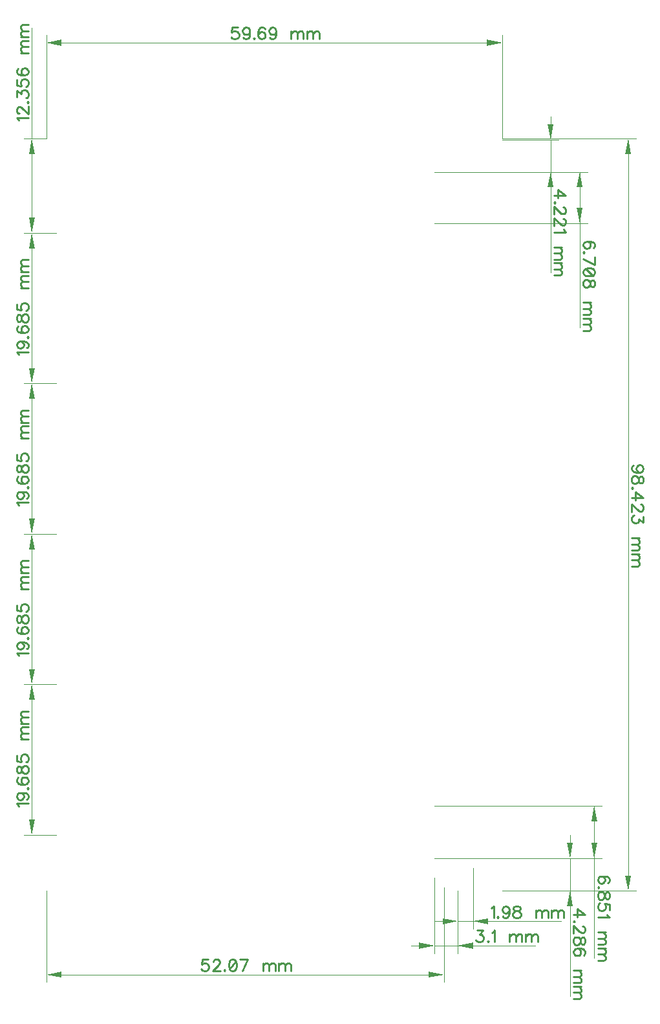
<source format=gbr>
G04 DipTrace 4.3.0.5*
G04 TopDimension.gbr*
%MOMM*%
G04 #@! TF.FileFunction,Drawing,Top*
G04 #@! TF.Part,Single*
%ADD15C,0.035*%
%ADD32C,0.23529*%
%FSLAX35Y35*%
G04*
G71*
G90*
G75*
G01*
G04 TopDimension*
%LPD*%
X-254000Y9667700D2*
D15*
Y11022000D1*
X5715000Y9667700D2*
Y11022000D1*
X2730500Y10922000D2*
X-54000D1*
G36*
X-254000D2*
X-54000Y10962000D1*
Y10882000D1*
X-254000Y10922000D1*
G37*
X2730500D2*
D15*
X5515000D1*
G36*
X5715000D2*
X5515000Y10882000D1*
Y10962000D1*
X5715000Y10922000D1*
G37*
X4953000Y-127000D2*
D15*
Y-1367500D1*
X-254000Y-174627D2*
Y-1367500D1*
X2349500Y-1267500D2*
X4753000D1*
G36*
X4953000D2*
X4753000Y-1307500D1*
Y-1227500D1*
X4953000Y-1267500D1*
G37*
X2349500D2*
D15*
X-54000D1*
G36*
X-254000D2*
X-54000Y-1227500D1*
Y-1307500D1*
X-254000Y-1267500D1*
G37*
X4911000Y9229873D2*
D15*
X6450000D1*
X5715000Y9652000D2*
X6450000D1*
X6350000D2*
Y9229873D1*
Y9952000D2*
Y9852000D1*
G36*
Y9652000D2*
X6310000Y9852000D1*
X6390000D1*
X6350000Y9652000D1*
G37*
Y8929873D2*
D15*
Y9029873D1*
G36*
Y9229873D2*
X6390000Y9029873D1*
X6310000D1*
X6350000Y9229873D1*
G37*
Y7913578D2*
D15*
Y9652000D1*
X5715000Y9667700D2*
X7466000D1*
X5715000Y-174600D2*
X7466000D1*
X7366000Y4746550D2*
Y9467700D1*
G36*
Y9667700D2*
X7406000Y9467700D1*
X7326000D1*
X7366000Y9667700D1*
G37*
Y4746550D2*
D15*
Y25400D1*
G36*
Y-174600D2*
X7326000Y25400D1*
X7406000D1*
X7366000Y-174600D1*
G37*
X-127000Y558123D2*
D15*
X-544500D1*
X-127000Y2526623D2*
X-544500D1*
X-444500Y1542373D2*
Y758123D1*
G36*
Y558123D2*
X-484500Y758123D1*
X-404500D1*
X-444500Y558123D1*
G37*
Y1542373D2*
D15*
Y2326623D1*
G36*
Y2526623D2*
X-404500Y2326623D1*
X-484500D1*
X-444500Y2526623D1*
G37*
X-127000D2*
D15*
X-544500D1*
X-127000Y4495123D2*
X-544500D1*
X-444500Y3510873D2*
Y2726623D1*
G36*
Y2526623D2*
X-484500Y2726623D1*
X-404500D1*
X-444500Y2526623D1*
G37*
Y3510873D2*
D15*
Y4295123D1*
G36*
Y4495123D2*
X-404500Y4295123D1*
X-484500D1*
X-444500Y4495123D1*
G37*
X-127000D2*
D15*
X-544500D1*
X-127000Y6463623D2*
X-544500D1*
X-444500Y5479373D2*
Y4695123D1*
G36*
Y4495123D2*
X-484500Y4695123D1*
X-404500D1*
X-444500Y4495123D1*
G37*
Y5479373D2*
D15*
Y6263623D1*
G36*
Y6463623D2*
X-404500Y6263623D1*
X-484500D1*
X-444500Y6463623D1*
G37*
X-127000D2*
D15*
X-544500D1*
X-127000Y8432123D2*
X-544500D1*
X-444500Y7447873D2*
Y6663623D1*
G36*
Y6463623D2*
X-484500Y6663623D1*
X-404500D1*
X-444500Y6463623D1*
G37*
Y7447873D2*
D15*
Y8232123D1*
G36*
Y8432123D2*
X-404500Y8232123D1*
X-484500D1*
X-444500Y8432123D1*
G37*
X-127000D2*
D15*
X-544500D1*
X-254000Y9667700D2*
X-544500D1*
X-444500Y9049912D2*
Y8632123D1*
G36*
Y8432123D2*
X-484500Y8632123D1*
X-404500D1*
X-444500Y8432123D1*
G37*
Y9049912D2*
D15*
Y9467700D1*
G36*
Y9667700D2*
X-404500Y9467700D1*
X-484500D1*
X-444500Y9667700D1*
G37*
Y11118486D2*
D15*
Y9667700D1*
X4826000Y8559123D2*
X6831000D1*
X4826000Y9229873D2*
X6831000D1*
X6731000Y8894498D2*
Y8759123D1*
G36*
Y8559123D2*
X6691000Y8759123D1*
X6771000D1*
X6731000Y8559123D1*
G37*
Y8894498D2*
D15*
Y9029873D1*
G36*
Y9229873D2*
X6771000Y9029873D1*
X6691000D1*
X6731000Y9229873D1*
G37*
Y7192121D2*
D15*
Y9229873D1*
X4826000Y939123D2*
X7021500D1*
X4826000Y254000D2*
X7021500D1*
X6921500Y596562D2*
Y739123D1*
G36*
Y939123D2*
X6961500Y739123D1*
X6881500D1*
X6921500Y939123D1*
G37*
Y596562D2*
D15*
Y454000D1*
G36*
Y254000D2*
X6881500Y454000D1*
X6961500D1*
X6921500Y254000D1*
G37*
Y-1047471D2*
D15*
Y939123D1*
X4826000Y254000D2*
X6704000D1*
X5715000Y-174600D2*
X6704000D1*
X6604000Y254000D2*
Y-174600D1*
Y554000D2*
Y454000D1*
G36*
Y254000D2*
X6564000Y454000D1*
X6644000D1*
X6604000Y254000D1*
G37*
Y-474600D2*
D15*
Y-374600D1*
G36*
Y-174600D2*
X6644000Y-374600D1*
X6564000D1*
X6604000Y-174600D1*
G37*
Y-1548846D2*
D15*
Y254000D1*
X5136000Y-174600D2*
Y-989000D1*
X4826000Y0D2*
Y-989000D1*
Y-889000D2*
X5136000D1*
X4526000D2*
X4626000D1*
G36*
X4826000D2*
X4626000Y-929000D1*
Y-849000D1*
X4826000Y-889000D1*
G37*
X5436000D2*
D15*
X5336000D1*
G36*
X5136000D2*
X5336000Y-849000D1*
Y-929000D1*
X5136000Y-889000D1*
G37*
X6146759D2*
D15*
X5136000D1*
Y-174600D2*
Y-671500D1*
X5334000Y127000D2*
Y-671500D1*
X5136000Y-571500D2*
X5334000D1*
X4836000D2*
X4936000D1*
G36*
X5136000D2*
X4936000Y-611500D1*
Y-531500D1*
X5136000Y-571500D1*
G37*
X5634000D2*
D15*
X5534000D1*
G36*
X5334000D2*
X5534000Y-531500D1*
Y-611500D1*
X5334000Y-571500D1*
G37*
X6486493D2*
D15*
X5334000D1*
X2253355Y11121486D2*
D32*
X2180579D1*
X2173335Y11055955D1*
X2180579Y11063198D1*
X2202479Y11070611D1*
X2224211D1*
X2246111Y11063198D1*
X2260767Y11048711D1*
X2268011Y11026811D1*
Y11012323D1*
X2260767Y10990423D1*
X2246111Y10975767D1*
X2224211Y10968523D1*
X2202479D1*
X2180579Y10975767D1*
X2173335Y10983179D1*
X2165923Y10997667D1*
X2409913Y11070611D2*
X2402501Y11048711D1*
X2388013Y11034055D1*
X2366113Y11026811D1*
X2358870D1*
X2336970Y11034055D1*
X2322482Y11048711D1*
X2315070Y11070611D1*
Y11077855D1*
X2322482Y11099755D1*
X2336970Y11114242D1*
X2358870Y11121486D1*
X2366113D1*
X2388013Y11114242D1*
X2402501Y11099755D1*
X2409913Y11070611D1*
Y11034055D1*
X2402501Y10997667D1*
X2388013Y10975767D1*
X2366113Y10968523D1*
X2351626D1*
X2329726Y10975767D1*
X2322482Y10990423D1*
X2464216Y10983179D2*
X2456972Y10975767D1*
X2464216Y10968523D1*
X2471628Y10975767D1*
X2464216Y10983179D1*
X2606119Y11099755D2*
X2598875Y11114242D1*
X2576975Y11121486D1*
X2562487D1*
X2540587Y11114242D1*
X2525931Y11092342D1*
X2518687Y11055955D1*
Y11019567D1*
X2525931Y10990423D1*
X2540587Y10975767D1*
X2562487Y10968523D1*
X2569731D1*
X2591463Y10975767D1*
X2606119Y10990423D1*
X2613363Y11012323D1*
Y11019567D1*
X2606119Y11041467D1*
X2591463Y11055955D1*
X2569731Y11063198D1*
X2562487D1*
X2540587Y11055955D1*
X2525931Y11041467D1*
X2518687Y11019567D1*
X2755265Y11070611D2*
X2747853Y11048711D1*
X2733365Y11034055D1*
X2711465Y11026811D1*
X2704221D1*
X2682321Y11034055D1*
X2667834Y11048711D1*
X2660421Y11070611D1*
Y11077855D1*
X2667834Y11099755D1*
X2682321Y11114242D1*
X2704221Y11121486D1*
X2711465D1*
X2733365Y11114242D1*
X2747853Y11099755D1*
X2755265Y11070611D1*
Y11034055D1*
X2747853Y10997667D1*
X2733365Y10975767D1*
X2711465Y10968523D1*
X2696978D1*
X2675078Y10975767D1*
X2667834Y10990423D1*
X2950460Y11070611D2*
Y10968523D1*
Y11041467D2*
X2972360Y11063367D1*
X2987016Y11070611D1*
X3008748D1*
X3023404Y11063367D1*
X3030648Y11041467D1*
Y10968523D1*
Y11041467D2*
X3052548Y11063367D1*
X3067204Y11070611D1*
X3088935D1*
X3103591Y11063367D1*
X3111004Y11041467D1*
Y10968523D1*
X3158063Y11070611D2*
Y10968523D1*
Y11041467D2*
X3179963Y11063367D1*
X3194619Y11070611D1*
X3216350D1*
X3231006Y11063367D1*
X3238250Y11041467D1*
Y10968523D1*
Y11041467D2*
X3260150Y11063367D1*
X3274806Y11070611D1*
X3296538D1*
X3311194Y11063367D1*
X3318606Y11041467D1*
Y10968523D1*
X1861405Y-1068014D2*
X1788629D1*
X1781385Y-1133545D1*
X1788629Y-1126302D1*
X1810529Y-1118889D1*
X1832261D1*
X1854161Y-1126302D1*
X1868817Y-1140789D1*
X1876061Y-1162689D1*
Y-1177177D1*
X1868817Y-1199077D1*
X1854161Y-1213733D1*
X1832261Y-1220977D1*
X1810529D1*
X1788629Y-1213733D1*
X1781385Y-1206321D1*
X1773973Y-1191833D1*
X1930532Y-1104402D2*
Y-1097158D1*
X1937776Y-1082502D1*
X1945020Y-1075258D1*
X1959676Y-1068014D1*
X1988820D1*
X2003307Y-1075258D1*
X2010551Y-1082502D1*
X2017963Y-1097158D1*
Y-1111645D1*
X2010551Y-1126302D1*
X1996063Y-1148033D1*
X1923120Y-1220977D1*
X2025207D1*
X2079510Y-1206321D2*
X2072266Y-1213733D1*
X2079510Y-1220977D1*
X2086922Y-1213733D1*
X2079510Y-1206321D1*
X2177781Y-1068014D2*
X2155881Y-1075258D1*
X2141225Y-1097158D1*
X2133981Y-1133545D1*
Y-1155445D1*
X2141225Y-1191833D1*
X2155881Y-1213733D1*
X2177781Y-1220977D1*
X2192269D1*
X2214169Y-1213733D1*
X2228656Y-1191833D1*
X2236069Y-1155445D1*
Y-1133545D1*
X2228656Y-1097158D1*
X2214169Y-1075258D1*
X2192269Y-1068014D1*
X2177781D1*
X2228656Y-1097158D2*
X2141225Y-1191833D1*
X2312271Y-1220977D2*
X2385215Y-1068014D1*
X2283128D1*
X2580410Y-1118889D2*
Y-1220977D1*
Y-1148033D2*
X2602310Y-1126133D1*
X2616966Y-1118889D1*
X2638698D1*
X2653354Y-1126133D1*
X2660598Y-1148033D1*
Y-1220977D1*
Y-1148033D2*
X2682498Y-1126133D1*
X2697154Y-1118889D1*
X2718885D1*
X2733541Y-1126133D1*
X2740954Y-1148033D1*
Y-1220977D1*
X2788013Y-1118889D2*
Y-1220977D1*
Y-1148033D2*
X2809913Y-1126133D1*
X2824569Y-1118889D1*
X2846300D1*
X2860956Y-1126133D1*
X2868200Y-1148033D1*
Y-1220977D1*
Y-1148033D2*
X2890100Y-1126133D1*
X2904756Y-1118889D1*
X2926488D1*
X2941144Y-1126133D1*
X2948556Y-1148033D1*
Y-1220977D1*
X6396523Y8921635D2*
X6549486D1*
X6447567Y8994579D1*
Y8885248D1*
X6411179Y8830945D2*
X6403767Y8838189D1*
X6396523Y8830945D1*
X6403767Y8823533D1*
X6411179Y8830945D1*
X6513098Y8769062D2*
X6520342D1*
X6534998Y8761818D1*
X6542242Y8754574D1*
X6549486Y8739918D1*
Y8710774D1*
X6542242Y8696286D1*
X6534998Y8689042D1*
X6520342Y8681630D1*
X6505855D1*
X6491198Y8689042D1*
X6469467Y8703530D1*
X6396523Y8776474D1*
Y8674386D1*
X6513098Y8619915D2*
X6520342D1*
X6534998Y8612671D1*
X6542242Y8605427D1*
X6549486Y8590771D1*
Y8561627D1*
X6542242Y8547140D1*
X6534998Y8539896D1*
X6520342Y8532484D1*
X6505855D1*
X6491198Y8539896D1*
X6469467Y8554384D1*
X6396523Y8627327D1*
Y8525240D1*
X6520342Y8478181D2*
X6527755Y8463525D1*
X6549486Y8441625D1*
X6396523D1*
X6498611Y8246430D2*
X6396523D1*
X6469467D2*
X6491367Y8224530D1*
X6498611Y8209874D1*
Y8188142D1*
X6491367Y8173486D1*
X6469467Y8166242D1*
X6396523D1*
X6469467D2*
X6491367Y8144342D1*
X6498611Y8129686D1*
Y8107955D1*
X6491367Y8093299D1*
X6469467Y8085886D1*
X6396523D1*
X6498611Y8038827D2*
X6396523D1*
X6469467D2*
X6491367Y8016927D1*
X6498611Y8002271D1*
Y7980540D1*
X6491367Y7965884D1*
X6469467Y7958640D1*
X6396523D1*
X6469467D2*
X6491367Y7936740D1*
X6498611Y7922084D1*
Y7900352D1*
X6491367Y7885696D1*
X6469467Y7878284D1*
X6396523D1*
X7514611Y5301722D2*
X7492711Y5309134D1*
X7478055Y5323622D1*
X7470811Y5345522D1*
Y5352766D1*
X7478055Y5374666D1*
X7492711Y5389154D1*
X7514611Y5396566D1*
X7521855D1*
X7543755Y5389154D1*
X7558242Y5374666D1*
X7565486Y5352766D1*
Y5345522D1*
X7558242Y5323622D1*
X7543755Y5309134D1*
X7514611Y5301722D1*
X7478055D1*
X7441667Y5309134D1*
X7419767Y5323622D1*
X7412523Y5345522D1*
Y5360010D1*
X7419767Y5381910D1*
X7434423Y5389154D1*
X7565486Y5218276D2*
X7558242Y5240007D1*
X7543755Y5247419D1*
X7529098D1*
X7514611Y5240007D1*
X7507198Y5225519D1*
X7499955Y5196376D1*
X7492711Y5174476D1*
X7478055Y5159988D1*
X7463567Y5152744D1*
X7441667D1*
X7427179Y5159988D1*
X7419767Y5167232D1*
X7412523Y5189132D1*
Y5218276D1*
X7419767Y5240007D1*
X7427179Y5247419D1*
X7441667Y5254663D1*
X7463567D1*
X7478055Y5247419D1*
X7492711Y5232763D1*
X7499955Y5211032D1*
X7507198Y5181888D1*
X7514611Y5167232D1*
X7529098Y5159988D1*
X7543755D1*
X7558242Y5167232D1*
X7565486Y5189132D1*
Y5218276D1*
X7427179Y5098441D2*
X7419767Y5105685D1*
X7412523Y5098441D1*
X7419767Y5091029D1*
X7427179Y5098441D1*
X7412523Y4971026D2*
X7565486D1*
X7463567Y5043970D1*
Y4934639D1*
X7529098Y4880168D2*
X7536342D1*
X7550998Y4872924D1*
X7558242Y4865680D1*
X7565486Y4851024D1*
Y4821880D1*
X7558242Y4807392D1*
X7550998Y4800148D1*
X7536342Y4792736D1*
X7521855D1*
X7507198Y4800148D1*
X7485467Y4814636D1*
X7412523Y4887580D1*
Y4785492D1*
X7565486Y4723777D2*
Y4643758D1*
X7507198Y4687390D1*
Y4665490D1*
X7499955Y4651002D1*
X7492711Y4643758D1*
X7470811Y4636346D1*
X7456323D1*
X7434423Y4643758D1*
X7419767Y4658246D1*
X7412523Y4680146D1*
Y4702046D1*
X7419767Y4723777D1*
X7427179Y4731021D1*
X7441667Y4738433D1*
X7514611Y4441151D2*
X7412523D1*
X7485467D2*
X7507367Y4419251D1*
X7514611Y4404595D1*
Y4382863D1*
X7507367Y4368207D1*
X7485467Y4360963D1*
X7412523D1*
X7485467D2*
X7507367Y4339063D1*
X7514611Y4324407D1*
Y4302676D1*
X7507367Y4288020D1*
X7485467Y4280607D1*
X7412523D1*
X7514611Y4233548D2*
X7412523D1*
X7485467D2*
X7507367Y4211648D1*
X7514611Y4196992D1*
Y4175261D1*
X7507367Y4160605D1*
X7485467Y4153361D1*
X7412523D1*
X7485467D2*
X7507367Y4131461D1*
X7514611Y4116805D1*
Y4095073D1*
X7507367Y4080417D1*
X7485467Y4073005D1*
X7412523D1*
X-614842Y932451D2*
X-622255Y947107D1*
X-643986Y969007D1*
X-491023D1*
X-593111Y1110910D2*
X-571211Y1103498D1*
X-556555Y1089010D1*
X-549311Y1067110D1*
Y1059866D1*
X-556555Y1037966D1*
X-571211Y1023478D1*
X-593111Y1016066D1*
X-600355D1*
X-622255Y1023478D1*
X-636742Y1037966D1*
X-643986Y1059866D1*
Y1067110D1*
X-636742Y1089010D1*
X-622255Y1103498D1*
X-593111Y1110910D1*
X-556555D1*
X-520167Y1103498D1*
X-498267Y1089010D1*
X-491023Y1067110D1*
Y1052622D1*
X-498267Y1030722D1*
X-512923Y1023478D1*
X-505679Y1165213D2*
X-498267Y1157969D1*
X-491023Y1165213D1*
X-498267Y1172625D1*
X-505679Y1165213D1*
X-622255Y1307115D2*
X-636742Y1299872D1*
X-643986Y1277972D1*
Y1263484D1*
X-636742Y1241584D1*
X-614842Y1226928D1*
X-578455Y1219684D1*
X-542067D1*
X-512923Y1226928D1*
X-498267Y1241584D1*
X-491023Y1263484D1*
Y1270728D1*
X-498267Y1292459D1*
X-512923Y1307115D1*
X-534823Y1314359D1*
X-542067D1*
X-563967Y1307115D1*
X-578455Y1292459D1*
X-585698Y1270728D1*
Y1263484D1*
X-578455Y1241584D1*
X-563967Y1226928D1*
X-542067Y1219684D1*
X-643986Y1397806D2*
X-636742Y1376074D1*
X-622255Y1368662D1*
X-607598D1*
X-593111Y1376074D1*
X-585698Y1390562D1*
X-578455Y1419706D1*
X-571211Y1441606D1*
X-556555Y1456093D1*
X-542067Y1463337D1*
X-520167D1*
X-505679Y1456093D1*
X-498267Y1448850D1*
X-491023Y1426950D1*
Y1397806D1*
X-498267Y1376074D1*
X-505679Y1368662D1*
X-520167Y1361418D1*
X-542067D1*
X-556555Y1368662D1*
X-571211Y1383318D1*
X-578455Y1405050D1*
X-585698Y1434193D1*
X-593111Y1448850D1*
X-607598Y1456093D1*
X-622255D1*
X-636742Y1448850D1*
X-643986Y1426950D1*
Y1397806D1*
Y1597828D2*
Y1525052D1*
X-578455Y1517808D1*
X-585698Y1525052D1*
X-593111Y1546952D1*
Y1568684D1*
X-585698Y1590584D1*
X-571211Y1605240D1*
X-549311Y1612484D1*
X-534823D1*
X-512923Y1605240D1*
X-498267Y1590584D1*
X-491023Y1568684D1*
Y1546952D1*
X-498267Y1525052D1*
X-505679Y1517808D1*
X-520167Y1510396D1*
X-593111Y1807678D2*
X-491023D1*
X-563967D2*
X-585867Y1829578D1*
X-593111Y1844235D1*
Y1865966D1*
X-585867Y1880622D1*
X-563967Y1887866D1*
X-491023D1*
X-563967D2*
X-585867Y1909766D1*
X-593111Y1924422D1*
Y1946154D1*
X-585867Y1960810D1*
X-563967Y1968222D1*
X-491023D1*
X-593111Y2015281D2*
X-491023D1*
X-563967D2*
X-585867Y2037181D1*
X-593111Y2051837D1*
Y2073569D1*
X-585867Y2088225D1*
X-563967Y2095469D1*
X-491023D1*
X-563967D2*
X-585867Y2117369D1*
X-593111Y2132025D1*
Y2153756D1*
X-585867Y2168413D1*
X-563967Y2175825D1*
X-491023D1*
X-614842Y2900951D2*
X-622255Y2915607D1*
X-643986Y2937507D1*
X-491023D1*
X-593111Y3079410D2*
X-571211Y3071998D1*
X-556555Y3057510D1*
X-549311Y3035610D1*
Y3028366D1*
X-556555Y3006466D1*
X-571211Y2991978D1*
X-593111Y2984566D1*
X-600355D1*
X-622255Y2991978D1*
X-636742Y3006466D1*
X-643986Y3028366D1*
Y3035610D1*
X-636742Y3057510D1*
X-622255Y3071998D1*
X-593111Y3079410D1*
X-556555D1*
X-520167Y3071998D1*
X-498267Y3057510D1*
X-491023Y3035610D1*
Y3021122D1*
X-498267Y2999222D1*
X-512923Y2991978D1*
X-505679Y3133713D2*
X-498267Y3126469D1*
X-491023Y3133713D1*
X-498267Y3141125D1*
X-505679Y3133713D1*
X-622255Y3275615D2*
X-636742Y3268372D1*
X-643986Y3246472D1*
Y3231984D1*
X-636742Y3210084D1*
X-614842Y3195428D1*
X-578455Y3188184D1*
X-542067D1*
X-512923Y3195428D1*
X-498267Y3210084D1*
X-491023Y3231984D1*
Y3239228D1*
X-498267Y3260959D1*
X-512923Y3275615D1*
X-534823Y3282859D1*
X-542067D1*
X-563967Y3275615D1*
X-578455Y3260959D1*
X-585698Y3239228D1*
Y3231984D1*
X-578455Y3210084D1*
X-563967Y3195428D1*
X-542067Y3188184D1*
X-643986Y3366306D2*
X-636742Y3344574D1*
X-622255Y3337162D1*
X-607598D1*
X-593111Y3344574D1*
X-585698Y3359062D1*
X-578455Y3388206D1*
X-571211Y3410106D1*
X-556555Y3424593D1*
X-542067Y3431837D1*
X-520167D1*
X-505679Y3424593D1*
X-498267Y3417350D1*
X-491023Y3395450D1*
Y3366306D1*
X-498267Y3344574D1*
X-505679Y3337162D1*
X-520167Y3329918D1*
X-542067D1*
X-556555Y3337162D1*
X-571211Y3351818D1*
X-578455Y3373550D1*
X-585698Y3402693D1*
X-593111Y3417350D1*
X-607598Y3424593D1*
X-622255D1*
X-636742Y3417350D1*
X-643986Y3395450D1*
Y3366306D1*
Y3566328D2*
Y3493552D1*
X-578455Y3486308D1*
X-585698Y3493552D1*
X-593111Y3515452D1*
Y3537184D1*
X-585698Y3559084D1*
X-571211Y3573740D1*
X-549311Y3580984D1*
X-534823D1*
X-512923Y3573740D1*
X-498267Y3559084D1*
X-491023Y3537184D1*
Y3515452D1*
X-498267Y3493552D1*
X-505679Y3486308D1*
X-520167Y3478896D1*
X-593111Y3776178D2*
X-491023D1*
X-563967D2*
X-585867Y3798078D1*
X-593111Y3812735D1*
Y3834466D1*
X-585867Y3849122D1*
X-563967Y3856366D1*
X-491023D1*
X-563967D2*
X-585867Y3878266D1*
X-593111Y3892922D1*
Y3914654D1*
X-585867Y3929310D1*
X-563967Y3936722D1*
X-491023D1*
X-593111Y3983781D2*
X-491023D1*
X-563967D2*
X-585867Y4005681D1*
X-593111Y4020337D1*
Y4042069D1*
X-585867Y4056725D1*
X-563967Y4063969D1*
X-491023D1*
X-563967D2*
X-585867Y4085869D1*
X-593111Y4100525D1*
Y4122256D1*
X-585867Y4136913D1*
X-563967Y4144325D1*
X-491023D1*
X-614842Y4869451D2*
X-622255Y4884107D1*
X-643986Y4906007D1*
X-491023D1*
X-593111Y5047910D2*
X-571211Y5040498D1*
X-556555Y5026010D1*
X-549311Y5004110D1*
Y4996866D1*
X-556555Y4974966D1*
X-571211Y4960478D1*
X-593111Y4953066D1*
X-600355D1*
X-622255Y4960478D1*
X-636742Y4974966D1*
X-643986Y4996866D1*
Y5004110D1*
X-636742Y5026010D1*
X-622255Y5040498D1*
X-593111Y5047910D1*
X-556555D1*
X-520167Y5040498D1*
X-498267Y5026010D1*
X-491023Y5004110D1*
Y4989622D1*
X-498267Y4967722D1*
X-512923Y4960478D1*
X-505679Y5102213D2*
X-498267Y5094969D1*
X-491023Y5102213D1*
X-498267Y5109625D1*
X-505679Y5102213D1*
X-622255Y5244115D2*
X-636742Y5236872D1*
X-643986Y5214972D1*
Y5200484D1*
X-636742Y5178584D1*
X-614842Y5163928D1*
X-578455Y5156684D1*
X-542067D1*
X-512923Y5163928D1*
X-498267Y5178584D1*
X-491023Y5200484D1*
Y5207728D1*
X-498267Y5229459D1*
X-512923Y5244115D1*
X-534823Y5251359D1*
X-542067D1*
X-563967Y5244115D1*
X-578455Y5229459D1*
X-585698Y5207728D1*
Y5200484D1*
X-578455Y5178584D1*
X-563967Y5163928D1*
X-542067Y5156684D1*
X-643986Y5334806D2*
X-636742Y5313074D1*
X-622255Y5305662D1*
X-607598D1*
X-593111Y5313074D1*
X-585698Y5327562D1*
X-578455Y5356706D1*
X-571211Y5378606D1*
X-556555Y5393093D1*
X-542067Y5400337D1*
X-520167D1*
X-505679Y5393093D1*
X-498267Y5385850D1*
X-491023Y5363950D1*
Y5334806D1*
X-498267Y5313074D1*
X-505679Y5305662D1*
X-520167Y5298418D1*
X-542067D1*
X-556555Y5305662D1*
X-571211Y5320318D1*
X-578455Y5342050D1*
X-585698Y5371193D1*
X-593111Y5385850D1*
X-607598Y5393093D1*
X-622255D1*
X-636742Y5385850D1*
X-643986Y5363950D1*
Y5334806D1*
Y5534828D2*
Y5462052D1*
X-578455Y5454808D1*
X-585698Y5462052D1*
X-593111Y5483952D1*
Y5505684D1*
X-585698Y5527584D1*
X-571211Y5542240D1*
X-549311Y5549484D1*
X-534823D1*
X-512923Y5542240D1*
X-498267Y5527584D1*
X-491023Y5505684D1*
Y5483952D1*
X-498267Y5462052D1*
X-505679Y5454808D1*
X-520167Y5447396D1*
X-593111Y5744678D2*
X-491023D1*
X-563967D2*
X-585867Y5766578D1*
X-593111Y5781235D1*
Y5802966D1*
X-585867Y5817622D1*
X-563967Y5824866D1*
X-491023D1*
X-563967D2*
X-585867Y5846766D1*
X-593111Y5861422D1*
Y5883154D1*
X-585867Y5897810D1*
X-563967Y5905222D1*
X-491023D1*
X-593111Y5952281D2*
X-491023D1*
X-563967D2*
X-585867Y5974181D1*
X-593111Y5988837D1*
Y6010569D1*
X-585867Y6025225D1*
X-563967Y6032469D1*
X-491023D1*
X-563967D2*
X-585867Y6054369D1*
X-593111Y6069025D1*
Y6090756D1*
X-585867Y6105413D1*
X-563967Y6112825D1*
X-491023D1*
X-614842Y6837951D2*
X-622255Y6852607D1*
X-643986Y6874507D1*
X-491023D1*
X-593111Y7016410D2*
X-571211Y7008998D1*
X-556555Y6994510D1*
X-549311Y6972610D1*
Y6965366D1*
X-556555Y6943466D1*
X-571211Y6928978D1*
X-593111Y6921566D1*
X-600355D1*
X-622255Y6928978D1*
X-636742Y6943466D1*
X-643986Y6965366D1*
Y6972610D1*
X-636742Y6994510D1*
X-622255Y7008998D1*
X-593111Y7016410D1*
X-556555D1*
X-520167Y7008998D1*
X-498267Y6994510D1*
X-491023Y6972610D1*
Y6958122D1*
X-498267Y6936222D1*
X-512923Y6928978D1*
X-505679Y7070713D2*
X-498267Y7063469D1*
X-491023Y7070713D1*
X-498267Y7078125D1*
X-505679Y7070713D1*
X-622255Y7212615D2*
X-636742Y7205372D1*
X-643986Y7183472D1*
Y7168984D1*
X-636742Y7147084D1*
X-614842Y7132428D1*
X-578455Y7125184D1*
X-542067D1*
X-512923Y7132428D1*
X-498267Y7147084D1*
X-491023Y7168984D1*
Y7176228D1*
X-498267Y7197959D1*
X-512923Y7212615D1*
X-534823Y7219859D1*
X-542067D1*
X-563967Y7212615D1*
X-578455Y7197959D1*
X-585698Y7176228D1*
Y7168984D1*
X-578455Y7147084D1*
X-563967Y7132428D1*
X-542067Y7125184D1*
X-643986Y7303306D2*
X-636742Y7281574D1*
X-622255Y7274162D1*
X-607598D1*
X-593111Y7281574D1*
X-585698Y7296062D1*
X-578455Y7325206D1*
X-571211Y7347106D1*
X-556555Y7361593D1*
X-542067Y7368837D1*
X-520167D1*
X-505679Y7361593D1*
X-498267Y7354350D1*
X-491023Y7332450D1*
Y7303306D1*
X-498267Y7281574D1*
X-505679Y7274162D1*
X-520167Y7266918D1*
X-542067D1*
X-556555Y7274162D1*
X-571211Y7288818D1*
X-578455Y7310550D1*
X-585698Y7339693D1*
X-593111Y7354350D1*
X-607598Y7361593D1*
X-622255D1*
X-636742Y7354350D1*
X-643986Y7332450D1*
Y7303306D1*
Y7503328D2*
Y7430552D1*
X-578455Y7423308D1*
X-585698Y7430552D1*
X-593111Y7452452D1*
Y7474184D1*
X-585698Y7496084D1*
X-571211Y7510740D1*
X-549311Y7517984D1*
X-534823D1*
X-512923Y7510740D1*
X-498267Y7496084D1*
X-491023Y7474184D1*
Y7452452D1*
X-498267Y7430552D1*
X-505679Y7423308D1*
X-520167Y7415896D1*
X-593111Y7713178D2*
X-491023D1*
X-563967D2*
X-585867Y7735078D1*
X-593111Y7749735D1*
Y7771466D1*
X-585867Y7786122D1*
X-563967Y7793366D1*
X-491023D1*
X-563967D2*
X-585867Y7815266D1*
X-593111Y7829922D1*
Y7851654D1*
X-585867Y7866310D1*
X-563967Y7873722D1*
X-491023D1*
X-593111Y7920781D2*
X-491023D1*
X-563967D2*
X-585867Y7942681D1*
X-593111Y7957337D1*
Y7979069D1*
X-585867Y7993725D1*
X-563967Y8000969D1*
X-491023D1*
X-563967D2*
X-585867Y8022869D1*
X-593111Y8037525D1*
Y8059256D1*
X-585867Y8073913D1*
X-563967Y8081325D1*
X-491023D1*
X-614842Y9902994D2*
X-622255Y9917650D1*
X-643986Y9939550D1*
X-491023D1*
X-607598Y9994021D2*
X-614842D1*
X-629498Y10001265D1*
X-636742Y10008509D1*
X-643986Y10023165D1*
Y10052309D1*
X-636742Y10066797D1*
X-629498Y10074041D1*
X-614842Y10081453D1*
X-600355D1*
X-585698Y10074041D1*
X-563967Y10059553D1*
X-491023Y9986609D1*
Y10088697D1*
X-505679Y10142999D2*
X-498267Y10135756D1*
X-491023Y10142999D1*
X-498267Y10150412D1*
X-505679Y10142999D1*
X-643986Y10212127D2*
Y10292146D1*
X-585698Y10248514D1*
Y10270414D1*
X-578455Y10284902D1*
X-571211Y10292146D1*
X-549311Y10299558D1*
X-534823D1*
X-512923Y10292146D1*
X-498267Y10277658D1*
X-491023Y10255758D1*
Y10233858D1*
X-498267Y10212127D1*
X-505679Y10204883D1*
X-520167Y10197471D1*
X-643986Y10434049D2*
Y10361273D1*
X-578455Y10354029D1*
X-585698Y10361273D1*
X-593111Y10383173D1*
Y10404905D1*
X-585698Y10426805D1*
X-571211Y10441461D1*
X-549311Y10448705D1*
X-534823D1*
X-512923Y10441461D1*
X-498267Y10426805D1*
X-491023Y10404905D1*
Y10383173D1*
X-498267Y10361273D1*
X-505679Y10354029D1*
X-520167Y10346617D1*
X-622255Y10583195D2*
X-636742Y10575951D1*
X-643986Y10554051D1*
Y10539564D1*
X-636742Y10517664D1*
X-614842Y10503007D1*
X-578455Y10495764D1*
X-542067D1*
X-512923Y10503007D1*
X-498267Y10517664D1*
X-491023Y10539564D1*
Y10546807D1*
X-498267Y10568539D1*
X-512923Y10583195D1*
X-534823Y10590439D1*
X-542067D1*
X-563967Y10583195D1*
X-578455Y10568539D1*
X-585698Y10546807D1*
Y10539564D1*
X-578455Y10517664D1*
X-563967Y10503007D1*
X-542067Y10495764D1*
X-593111Y10785634D2*
X-491023D1*
X-563967D2*
X-585867Y10807534D1*
X-593111Y10822190D1*
Y10843921D1*
X-585867Y10858577D1*
X-563967Y10865821D1*
X-491023D1*
X-563967D2*
X-585867Y10887721D1*
X-593111Y10902377D1*
Y10924109D1*
X-585867Y10938765D1*
X-563967Y10946177D1*
X-491023D1*
X-593111Y10993236D2*
X-491023D1*
X-563967D2*
X-585867Y11015136D1*
X-593111Y11029792D1*
Y11051524D1*
X-585867Y11066180D1*
X-563967Y11073424D1*
X-491023D1*
X-563967D2*
X-585867Y11095324D1*
X-593111Y11109980D1*
Y11131712D1*
X-585867Y11146368D1*
X-563967Y11153780D1*
X-491023D1*
X6908755Y8236398D2*
X6923242Y8243642D1*
X6930486Y8265542D1*
Y8280029D1*
X6923242Y8301929D1*
X6901342Y8316585D1*
X6864955Y8323829D1*
X6828567D1*
X6799423Y8316585D1*
X6784767Y8301929D1*
X6777523Y8280029D1*
Y8272785D1*
X6784767Y8251054D1*
X6799423Y8236398D1*
X6821323Y8229154D1*
X6828567D1*
X6850467Y8236398D1*
X6864955Y8251054D1*
X6872198Y8272785D1*
Y8280029D1*
X6864955Y8301929D1*
X6850467Y8316585D1*
X6828567Y8323829D1*
X6792179Y8174851D2*
X6784767Y8182095D1*
X6777523Y8174851D1*
X6784767Y8167439D1*
X6792179Y8174851D1*
X6777523Y8091236D2*
X6930486Y8018292D1*
Y8120380D1*
Y7927434D2*
X6923242Y7949334D1*
X6901342Y7963990D1*
X6864955Y7971234D1*
X6843055D1*
X6806667Y7963990D1*
X6784767Y7949334D1*
X6777523Y7927434D1*
Y7912946D1*
X6784767Y7891046D1*
X6806667Y7876558D1*
X6843055Y7869146D1*
X6864955D1*
X6901342Y7876558D1*
X6923242Y7891046D1*
X6930486Y7912946D1*
Y7927434D1*
X6901342Y7876558D2*
X6806667Y7963990D1*
X6930486Y7785699D2*
X6923242Y7807431D1*
X6908755Y7814843D1*
X6894098D1*
X6879611Y7807431D1*
X6872198Y7792943D1*
X6864955Y7763799D1*
X6857711Y7741899D1*
X6843055Y7727412D1*
X6828567Y7720168D1*
X6806667D1*
X6792179Y7727412D1*
X6784767Y7734655D1*
X6777523Y7756555D1*
Y7785699D1*
X6784767Y7807431D1*
X6792179Y7814843D1*
X6806667Y7822087D1*
X6828567D1*
X6843055Y7814843D1*
X6857711Y7800187D1*
X6864955Y7778455D1*
X6872198Y7749312D1*
X6879611Y7734655D1*
X6894098Y7727412D1*
X6908755D1*
X6923242Y7734655D1*
X6930486Y7756555D1*
Y7785699D1*
X6879611Y7524973D2*
X6777523D1*
X6850467D2*
X6872367Y7503073D1*
X6879611Y7488417D1*
Y7466686D1*
X6872367Y7452029D1*
X6850467Y7444786D1*
X6777523D1*
X6850467D2*
X6872367Y7422886D1*
X6879611Y7408229D1*
Y7386498D1*
X6872367Y7371842D1*
X6850467Y7364429D1*
X6777523D1*
X6879611Y7317371D2*
X6777523D1*
X6850467D2*
X6872367Y7295471D1*
X6879611Y7280814D1*
Y7259083D1*
X6872367Y7244427D1*
X6850467Y7237183D1*
X6777523D1*
X6850467D2*
X6872367Y7215283D1*
X6879611Y7200627D1*
Y7178895D1*
X6872367Y7164239D1*
X6850467Y7156827D1*
X6777523D1*
X7099255Y-68726D2*
X7113742Y-61482D1*
X7120986Y-39582D1*
Y-25094D1*
X7113742Y-3194D1*
X7091842Y11462D1*
X7055455Y18706D1*
X7019067D1*
X6989923Y11462D1*
X6975267Y-3194D1*
X6968023Y-25094D1*
Y-32338D1*
X6975267Y-54070D1*
X6989923Y-68726D1*
X7011823Y-75970D1*
X7019067D1*
X7040967Y-68726D1*
X7055455Y-54070D1*
X7062698Y-32338D1*
Y-25094D1*
X7055455Y-3194D1*
X7040967Y11462D1*
X7019067Y18706D1*
X6982679Y-130272D2*
X6975267Y-123028D1*
X6968023Y-130272D1*
X6975267Y-137684D1*
X6982679Y-130272D1*
X7120986Y-221131D2*
X7113742Y-199399D1*
X7099255Y-191987D1*
X7084598D1*
X7070111Y-199399D1*
X7062698Y-213887D1*
X7055455Y-243031D1*
X7048211Y-264931D1*
X7033555Y-279419D1*
X7019067Y-286663D1*
X6997167D1*
X6982679Y-279419D1*
X6975267Y-272175D1*
X6968023Y-250275D1*
Y-221131D1*
X6975267Y-199399D1*
X6982679Y-191987D1*
X6997167Y-184743D1*
X7019067D1*
X7033555Y-191987D1*
X7048211Y-206643D1*
X7055455Y-228375D1*
X7062698Y-257519D1*
X7070111Y-272175D1*
X7084598Y-279419D1*
X7099255D1*
X7113742Y-272175D1*
X7120986Y-250275D1*
Y-221131D1*
Y-421153D2*
Y-348378D1*
X7055455Y-341134D1*
X7062698Y-348378D1*
X7070111Y-370278D1*
Y-392009D1*
X7062698Y-413909D1*
X7048211Y-428565D1*
X7026311Y-435809D1*
X7011823D1*
X6989923Y-428565D1*
X6975267Y-413909D1*
X6968023Y-392009D1*
Y-370278D1*
X6975267Y-348378D1*
X6982679Y-341134D1*
X6997167Y-333721D1*
X7091842Y-482868D2*
X7099255Y-497524D1*
X7120986Y-519424D1*
X6968023D1*
X7070111Y-714619D2*
X6968023D1*
X7040967D2*
X7062867Y-736519D1*
X7070111Y-751175D1*
Y-772906D1*
X7062867Y-787562D1*
X7040967Y-794806D1*
X6968023D1*
X7040967D2*
X7062867Y-816706D1*
X7070111Y-831362D1*
Y-853094D1*
X7062867Y-867750D1*
X7040967Y-875162D1*
X6968023D1*
X7070111Y-922221D2*
X6968023D1*
X7040967D2*
X7062867Y-944121D1*
X7070111Y-958777D1*
Y-980509D1*
X7062867Y-995165D1*
X7040967Y-1002409D1*
X6968023D1*
X7040967D2*
X7062867Y-1024309D1*
X7070111Y-1038965D1*
Y-1060697D1*
X7062867Y-1075353D1*
X7040967Y-1082765D1*
X6968023D1*
X6650523Y-482838D2*
X6803486D1*
X6701567Y-409894D1*
Y-519226D1*
X6665179Y-573528D2*
X6657767Y-566284D1*
X6650523Y-573528D1*
X6657767Y-580941D1*
X6665179Y-573528D1*
X6767098Y-635412D2*
X6774342D1*
X6788998Y-642656D1*
X6796242Y-649899D1*
X6803486Y-664556D1*
Y-693699D1*
X6796242Y-708187D1*
X6788998Y-715431D1*
X6774342Y-722843D1*
X6759855D1*
X6745198Y-715431D1*
X6723467Y-700943D1*
X6650523Y-627999D1*
Y-730087D1*
X6803486Y-813534D2*
X6796242Y-791802D1*
X6781755Y-784390D1*
X6767098D1*
X6752611Y-791802D1*
X6745198Y-806290D1*
X6737955Y-835434D1*
X6730711Y-857334D1*
X6716055Y-871821D1*
X6701567Y-879065D1*
X6679667D1*
X6665179Y-871821D1*
X6657767Y-864578D1*
X6650523Y-842678D1*
Y-813534D1*
X6657767Y-791802D1*
X6665179Y-784390D1*
X6679667Y-777146D1*
X6701567D1*
X6716055Y-784390D1*
X6730711Y-799046D1*
X6737955Y-820778D1*
X6745198Y-849921D1*
X6752611Y-864578D1*
X6767098Y-871821D1*
X6781755D1*
X6796242Y-864578D1*
X6803486Y-842678D1*
Y-813534D1*
X6781755Y-1013556D2*
X6796242Y-1006312D1*
X6803486Y-984412D1*
Y-969924D1*
X6796242Y-948024D1*
X6774342Y-933368D1*
X6737955Y-926124D1*
X6701567D1*
X6672423Y-933368D1*
X6657767Y-948024D1*
X6650523Y-969924D1*
Y-977168D1*
X6657767Y-998899D1*
X6672423Y-1013556D1*
X6694323Y-1020799D1*
X6701567D1*
X6723467Y-1013556D1*
X6737955Y-998899D1*
X6745198Y-977168D1*
Y-969924D1*
X6737955Y-948024D1*
X6723467Y-933368D1*
X6701567Y-926124D1*
X6752611Y-1215994D2*
X6650523D1*
X6723467D2*
X6745367Y-1237894D1*
X6752611Y-1252550D1*
Y-1274282D1*
X6745367Y-1288938D1*
X6723467Y-1296182D1*
X6650523D1*
X6723467D2*
X6745367Y-1318082D1*
X6752611Y-1332738D1*
Y-1354469D1*
X6745367Y-1369126D1*
X6723467Y-1376538D1*
X6650523D1*
X6752611Y-1423597D2*
X6650523D1*
X6723467D2*
X6745367Y-1445497D1*
X6752611Y-1460153D1*
Y-1481884D1*
X6745367Y-1496540D1*
X6723467Y-1503784D1*
X6650523D1*
X6723467D2*
X6745367Y-1525684D1*
X6752611Y-1540340D1*
Y-1562072D1*
X6745367Y-1576728D1*
X6723467Y-1584140D1*
X6650523D1*
X5385950Y-689514D2*
X5465970D1*
X5422338Y-747802D1*
X5444238D1*
X5458726Y-755045D1*
X5465970Y-762289D1*
X5473382Y-784189D1*
Y-798677D1*
X5465970Y-820577D1*
X5451482Y-835233D1*
X5429582Y-842477D1*
X5407682D1*
X5385950Y-835233D1*
X5378706Y-827821D1*
X5371294Y-813333D1*
X5527684Y-827821D2*
X5520441Y-835233D1*
X5527684Y-842477D1*
X5535097Y-835233D1*
X5527684Y-827821D1*
X5582156Y-718658D2*
X5596812Y-711245D1*
X5618712Y-689514D1*
Y-842477D1*
X5813906Y-740389D2*
Y-842477D1*
Y-769533D2*
X5835806Y-747633D1*
X5850462Y-740389D1*
X5872194D1*
X5886850Y-747633D1*
X5894094Y-769533D1*
Y-842477D1*
Y-769533D2*
X5915994Y-747633D1*
X5930650Y-740389D1*
X5952382D1*
X5967038Y-747633D1*
X5974450Y-769533D1*
Y-842477D1*
X6021509Y-740389D2*
Y-842477D1*
Y-769533D2*
X6043409Y-747633D1*
X6058065Y-740389D1*
X6079797D1*
X6094453Y-747633D1*
X6101697Y-769533D1*
Y-842477D1*
Y-769533D2*
X6123597Y-747633D1*
X6138253Y-740389D1*
X6159984D1*
X6174641Y-747633D1*
X6182053Y-769533D1*
Y-842477D1*
X5569294Y-401158D2*
X5583950Y-393745D1*
X5605850Y-372014D1*
Y-524977D1*
X5660153Y-510321D2*
X5652909Y-517733D1*
X5660153Y-524977D1*
X5667565Y-517733D1*
X5660153Y-510321D1*
X5809468Y-422889D2*
X5802056Y-444789D1*
X5787568Y-459445D1*
X5765668Y-466689D1*
X5758424D1*
X5736524Y-459445D1*
X5722036Y-444789D1*
X5714624Y-422889D1*
Y-415645D1*
X5722036Y-393745D1*
X5736524Y-379258D1*
X5758424Y-372014D1*
X5765668D1*
X5787568Y-379258D1*
X5802056Y-393745D1*
X5809468Y-422889D1*
Y-459445D1*
X5802056Y-495833D1*
X5787568Y-517733D1*
X5765668Y-524977D1*
X5751180D1*
X5729280Y-517733D1*
X5722036Y-503077D1*
X5892914Y-372014D2*
X5871183Y-379258D1*
X5863771Y-393745D1*
Y-408402D1*
X5871183Y-422889D1*
X5885671Y-430302D1*
X5914814Y-437545D1*
X5936714Y-444789D1*
X5951202Y-459445D1*
X5958446Y-473933D1*
Y-495833D1*
X5951202Y-510321D1*
X5943958Y-517733D1*
X5922058Y-524977D1*
X5892914D1*
X5871183Y-517733D1*
X5863771Y-510321D1*
X5856527Y-495833D1*
Y-473933D1*
X5863771Y-459445D1*
X5878427Y-444789D1*
X5900158Y-437545D1*
X5929302Y-430302D1*
X5943958Y-422889D1*
X5951202Y-408402D1*
Y-393745D1*
X5943958Y-379258D1*
X5922058Y-372014D1*
X5892914D1*
X6153641Y-422889D2*
Y-524977D1*
Y-452033D2*
X6175541Y-430133D1*
X6190197Y-422889D1*
X6211928D1*
X6226584Y-430133D1*
X6233828Y-452033D1*
Y-524977D1*
Y-452033D2*
X6255728Y-430133D1*
X6270384Y-422889D1*
X6292116D1*
X6306772Y-430133D1*
X6314184Y-452033D1*
Y-524977D1*
X6361243Y-422889D2*
Y-524977D1*
Y-452033D2*
X6383143Y-430133D1*
X6397799Y-422889D1*
X6419531D1*
X6434187Y-430133D1*
X6441431Y-452033D1*
Y-524977D1*
Y-452033D2*
X6463331Y-430133D1*
X6477987Y-422889D1*
X6499719D1*
X6514375Y-430133D1*
X6521787Y-452033D1*
Y-524977D1*
M02*

</source>
